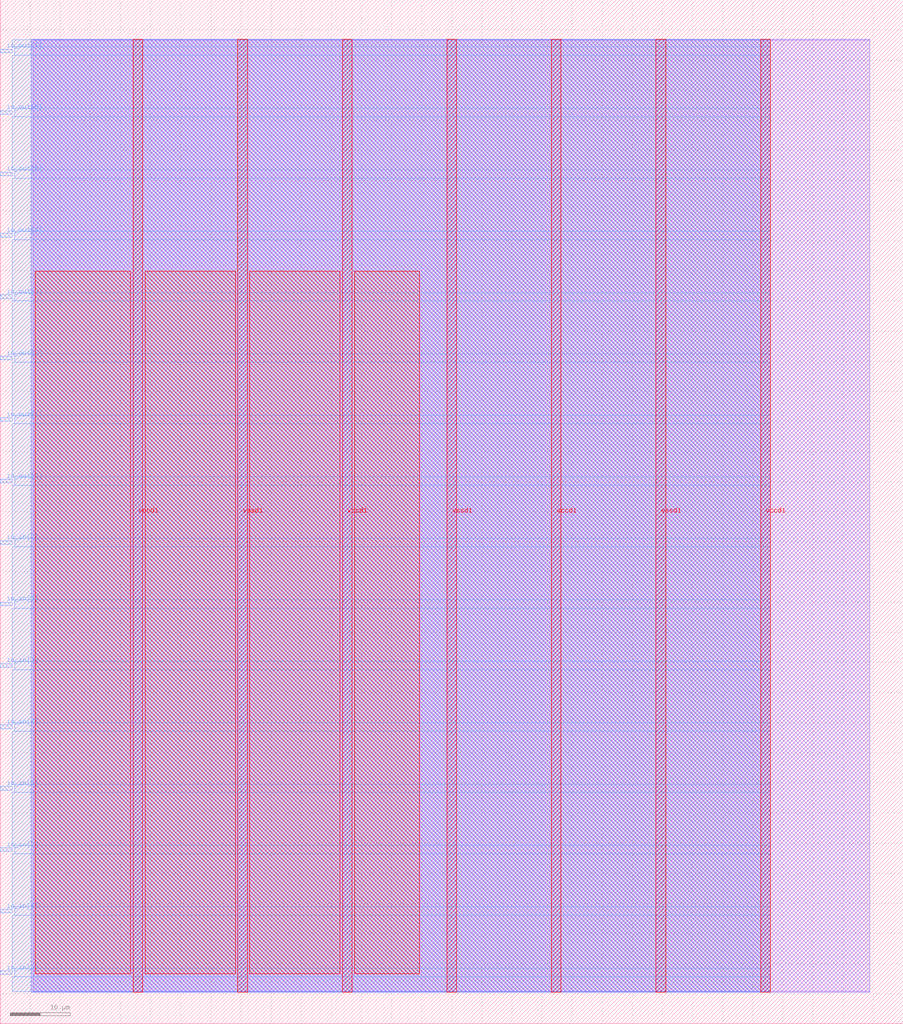
<source format=lef>
VERSION 5.7 ;
  NOWIREEXTENSIONATPIN ON ;
  DIVIDERCHAR "/" ;
  BUSBITCHARS "[]" ;
MACRO frog
  CLASS BLOCK ;
  FOREIGN frog ;
  ORIGIN 0.000 0.000 ;
  SIZE 150.000 BY 170.000 ;
  PIN io_in[0]
    DIRECTION INPUT ;
    USE SIGNAL ;
    PORT
      LAYER met3 ;
        RECT 0.000 8.200 2.000 8.800 ;
    END
  END io_in[0]
  PIN io_in[1]
    DIRECTION INPUT ;
    USE SIGNAL ;
    PORT
      LAYER met3 ;
        RECT 0.000 18.400 2.000 19.000 ;
    END
  END io_in[1]
  PIN io_in[2]
    DIRECTION INPUT ;
    USE SIGNAL ;
    PORT
      LAYER met3 ;
        RECT 0.000 28.600 2.000 29.200 ;
    END
  END io_in[2]
  PIN io_in[3]
    DIRECTION INPUT ;
    USE SIGNAL ;
    PORT
      LAYER met3 ;
        RECT 0.000 38.800 2.000 39.400 ;
    END
  END io_in[3]
  PIN io_in[4]
    DIRECTION INPUT ;
    USE SIGNAL ;
    PORT
      LAYER met3 ;
        RECT 0.000 49.000 2.000 49.600 ;
    END
  END io_in[4]
  PIN io_in[5]
    DIRECTION INPUT ;
    USE SIGNAL ;
    PORT
      LAYER met3 ;
        RECT 0.000 59.200 2.000 59.800 ;
    END
  END io_in[5]
  PIN io_in[6]
    DIRECTION INPUT ;
    USE SIGNAL ;
    PORT
      LAYER met3 ;
        RECT 0.000 69.400 2.000 70.000 ;
    END
  END io_in[6]
  PIN io_in[7]
    DIRECTION INPUT ;
    USE SIGNAL ;
    PORT
      LAYER met3 ;
        RECT 0.000 79.600 2.000 80.200 ;
    END
  END io_in[7]
  PIN io_out[0]
    DIRECTION OUTPUT TRISTATE ;
    USE SIGNAL ;
    PORT
      LAYER met3 ;
        RECT 0.000 89.800 2.000 90.400 ;
    END
  END io_out[0]
  PIN io_out[1]
    DIRECTION OUTPUT TRISTATE ;
    USE SIGNAL ;
    PORT
      LAYER met3 ;
        RECT 0.000 100.000 2.000 100.600 ;
    END
  END io_out[1]
  PIN io_out[2]
    DIRECTION OUTPUT TRISTATE ;
    USE SIGNAL ;
    PORT
      LAYER met3 ;
        RECT 0.000 110.200 2.000 110.800 ;
    END
  END io_out[2]
  PIN io_out[3]
    DIRECTION OUTPUT TRISTATE ;
    USE SIGNAL ;
    PORT
      LAYER met3 ;
        RECT 0.000 120.400 2.000 121.000 ;
    END
  END io_out[3]
  PIN io_out[4]
    DIRECTION OUTPUT TRISTATE ;
    USE SIGNAL ;
    PORT
      LAYER met3 ;
        RECT 0.000 130.600 2.000 131.200 ;
    END
  END io_out[4]
  PIN io_out[5]
    DIRECTION OUTPUT TRISTATE ;
    USE SIGNAL ;
    PORT
      LAYER met3 ;
        RECT 0.000 140.800 2.000 141.400 ;
    END
  END io_out[5]
  PIN io_out[6]
    DIRECTION OUTPUT TRISTATE ;
    USE SIGNAL ;
    PORT
      LAYER met3 ;
        RECT 0.000 151.000 2.000 151.600 ;
    END
  END io_out[6]
  PIN io_out[7]
    DIRECTION OUTPUT TRISTATE ;
    USE SIGNAL ;
    PORT
      LAYER met3 ;
        RECT 0.000 161.200 2.000 161.800 ;
    END
  END io_out[7]
  PIN vccd1
    DIRECTION INOUT ;
    USE POWER ;
    PORT
      LAYER met4 ;
        RECT 22.090 5.200 23.690 163.440 ;
    END
    PORT
      LAYER met4 ;
        RECT 56.830 5.200 58.430 163.440 ;
    END
    PORT
      LAYER met4 ;
        RECT 91.570 5.200 93.170 163.440 ;
    END
    PORT
      LAYER met4 ;
        RECT 126.310 5.200 127.910 163.440 ;
    END
  END vccd1
  PIN vssd1
    DIRECTION INOUT ;
    USE GROUND ;
    PORT
      LAYER met4 ;
        RECT 39.460 5.200 41.060 163.440 ;
    END
    PORT
      LAYER met4 ;
        RECT 74.200 5.200 75.800 163.440 ;
    END
    PORT
      LAYER met4 ;
        RECT 108.940 5.200 110.540 163.440 ;
    END
  END vssd1
  OBS
      LAYER li1 ;
        RECT 5.520 5.355 144.440 163.285 ;
      LAYER met1 ;
        RECT 5.130 5.200 144.440 163.440 ;
      LAYER met2 ;
        RECT 5.150 5.255 127.880 163.385 ;
      LAYER met3 ;
        RECT 2.000 162.200 127.900 163.365 ;
        RECT 2.400 160.800 127.900 162.200 ;
        RECT 2.000 152.000 127.900 160.800 ;
        RECT 2.400 150.600 127.900 152.000 ;
        RECT 2.000 141.800 127.900 150.600 ;
        RECT 2.400 140.400 127.900 141.800 ;
        RECT 2.000 131.600 127.900 140.400 ;
        RECT 2.400 130.200 127.900 131.600 ;
        RECT 2.000 121.400 127.900 130.200 ;
        RECT 2.400 120.000 127.900 121.400 ;
        RECT 2.000 111.200 127.900 120.000 ;
        RECT 2.400 109.800 127.900 111.200 ;
        RECT 2.000 101.000 127.900 109.800 ;
        RECT 2.400 99.600 127.900 101.000 ;
        RECT 2.000 90.800 127.900 99.600 ;
        RECT 2.400 89.400 127.900 90.800 ;
        RECT 2.000 80.600 127.900 89.400 ;
        RECT 2.400 79.200 127.900 80.600 ;
        RECT 2.000 70.400 127.900 79.200 ;
        RECT 2.400 69.000 127.900 70.400 ;
        RECT 2.000 60.200 127.900 69.000 ;
        RECT 2.400 58.800 127.900 60.200 ;
        RECT 2.000 50.000 127.900 58.800 ;
        RECT 2.400 48.600 127.900 50.000 ;
        RECT 2.000 39.800 127.900 48.600 ;
        RECT 2.400 38.400 127.900 39.800 ;
        RECT 2.000 29.600 127.900 38.400 ;
        RECT 2.400 28.200 127.900 29.600 ;
        RECT 2.000 19.400 127.900 28.200 ;
        RECT 2.400 18.000 127.900 19.400 ;
        RECT 2.000 9.200 127.900 18.000 ;
        RECT 2.400 7.800 127.900 9.200 ;
        RECT 2.000 5.275 127.900 7.800 ;
      LAYER met4 ;
        RECT 5.815 8.335 21.690 124.945 ;
        RECT 24.090 8.335 39.060 124.945 ;
        RECT 41.460 8.335 56.430 124.945 ;
        RECT 58.830 8.335 69.625 124.945 ;
  END
END frog
END LIBRARY


</source>
